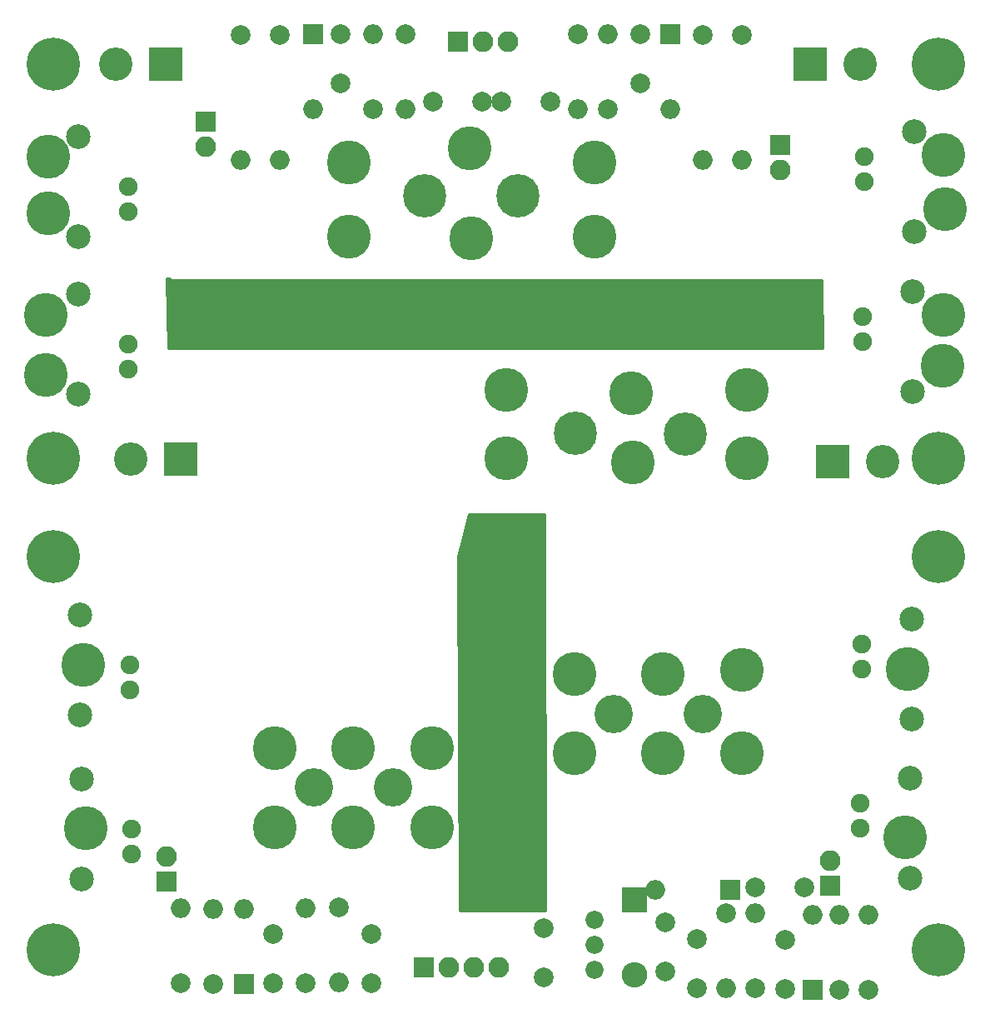
<source format=gbr>
G04 #@! TF.FileFunction,Soldermask,Top*
%FSLAX46Y46*%
G04 Gerber Fmt 4.6, Leading zero omitted, Abs format (unit mm)*
G04 Created by KiCad (PCBNEW 4.0.7) date 02/23/19 21:48:03*
%MOMM*%
%LPD*%
G01*
G04 APERTURE LIST*
%ADD10C,0.100000*%
%ADD11R,2.100000X2.100000*%
%ADD12O,2.100000X2.100000*%
%ADD13R,3.400000X3.400000*%
%ADD14C,3.400000*%
%ADD15C,1.900000*%
%ADD16C,2.500000*%
%ADD17C,4.464000*%
%ADD18C,4.400000*%
%ADD19C,5.400000*%
%ADD20C,2.000000*%
%ADD21O,2.000000X2.000000*%
%ADD22R,2.000000X2.000000*%
%ADD23C,3.900000*%
%ADD24C,1.840000*%
%ADD25R,2.600000X2.600000*%
%ADD26O,2.600000X2.600000*%
%ADD27C,0.254000*%
G04 APERTURE END LIST*
D10*
D11*
X124000000Y-128500000D03*
D12*
X124000000Y-125960000D03*
D13*
X56388000Y-44958000D03*
D14*
X51308000Y-44958000D03*
D13*
X57912000Y-85090000D03*
D14*
X52832000Y-85090000D03*
D15*
X52639000Y-57404000D03*
X52639000Y-59944000D03*
D16*
X47559000Y-62484000D03*
X47559000Y-52324000D03*
D15*
X52639000Y-73406000D03*
X52639000Y-75946000D03*
D16*
X47559000Y-78486000D03*
X47559000Y-68326000D03*
D13*
X121920000Y-44958000D03*
D14*
X127000000Y-44958000D03*
D13*
X124206000Y-85344000D03*
D14*
X129286000Y-85344000D03*
D17*
X100000000Y-55000000D03*
X75000000Y-62500000D03*
D18*
X82753200Y-58318400D03*
D17*
X91008000Y-78064000D03*
D18*
X98094800Y-82448400D03*
D17*
X100000000Y-62500000D03*
D18*
X92202000Y-58318400D03*
D17*
X115508000Y-78064000D03*
D18*
X109220000Y-82550000D03*
D17*
X75000000Y-55000000D03*
X91008000Y-85064000D03*
D19*
X45000000Y-45000000D03*
X135000000Y-45000000D03*
X45000000Y-135000000D03*
X135000000Y-135000000D03*
X135000000Y-85000000D03*
X135000000Y-95000000D03*
X45000000Y-85000000D03*
X45000000Y-95000000D03*
D15*
X127447000Y-56896000D03*
X127447000Y-54356000D03*
D16*
X132527000Y-51816000D03*
X132527000Y-61976000D03*
D15*
X127320000Y-73152000D03*
X127320000Y-70612000D03*
D16*
X132400000Y-68072000D03*
X132400000Y-78232000D03*
D17*
X115508000Y-85064000D03*
X87325200Y-53543200D03*
X87477600Y-62687200D03*
X103733600Y-78384400D03*
X103886000Y-85445600D03*
D20*
X64000000Y-42000000D03*
D21*
X64000000Y-54700000D03*
D20*
X68000000Y-42000000D03*
D21*
X68000000Y-54700000D03*
D20*
X115000000Y-42000000D03*
D21*
X115000000Y-54700000D03*
D20*
X111000000Y-42000000D03*
D21*
X111000000Y-54700000D03*
D20*
X74168000Y-41910000D03*
X74168000Y-46910000D03*
X83566000Y-48768000D03*
X88566000Y-48768000D03*
X104648000Y-41910000D03*
X104648000Y-46910000D03*
X95504000Y-48768000D03*
X90504000Y-48768000D03*
D11*
X86106000Y-42672000D03*
D12*
X88646000Y-42672000D03*
X91186000Y-42672000D03*
D20*
X77470000Y-49530000D03*
D21*
X77470000Y-41910000D03*
D20*
X80772000Y-41910000D03*
D21*
X80772000Y-49530000D03*
D20*
X101346000Y-49530000D03*
D21*
X101346000Y-41910000D03*
D20*
X98298000Y-41910000D03*
D21*
X98298000Y-49530000D03*
D22*
X71374000Y-41910000D03*
D21*
X71374000Y-49530000D03*
D22*
X107696000Y-41910000D03*
D21*
X107696000Y-49530000D03*
D17*
X44259500Y-70485000D03*
X44450000Y-54356000D03*
X44500800Y-60096400D03*
X44196000Y-76581000D03*
X135636000Y-59690000D03*
X135445500Y-75628500D03*
X135509000Y-54229000D03*
X135521700Y-70446900D03*
D11*
X60452000Y-50850800D03*
D12*
X60452000Y-53390800D03*
D11*
X118922800Y-53187600D03*
D12*
X118922800Y-55727600D03*
D20*
X67335400Y-138404600D03*
X67335400Y-133404600D03*
X77292200Y-138404600D03*
X77292200Y-133404600D03*
X119380000Y-138988800D03*
X119380000Y-133988800D03*
X110413800Y-138861800D03*
X110413800Y-133861800D03*
D22*
X64363600Y-138480800D03*
D21*
X64363600Y-130860800D03*
D22*
X122224800Y-139039600D03*
D21*
X122224800Y-131419600D03*
D15*
X52918400Y-122682000D03*
X52918400Y-125222000D03*
D16*
X47838400Y-127762000D03*
X47838400Y-117602000D03*
D15*
X52791400Y-106045000D03*
X52791400Y-108585000D03*
D16*
X47711400Y-111125000D03*
X47711400Y-100965000D03*
D17*
X67500000Y-114500000D03*
X75500000Y-122500000D03*
X67500000Y-122500000D03*
D23*
X71500000Y-118500000D03*
D17*
X98000000Y-107000000D03*
D23*
X79500000Y-118500000D03*
D17*
X98000000Y-115000000D03*
X75500000Y-114500000D03*
X83500000Y-122500000D03*
X83500000Y-114500000D03*
X107000000Y-115000000D03*
D23*
X102000000Y-111000000D03*
D17*
X115000000Y-106500000D03*
D23*
X111000000Y-111000000D03*
D17*
X115000000Y-115000000D03*
X107000000Y-107000000D03*
D15*
X126989800Y-122656600D03*
X126989800Y-120116600D03*
D16*
X132069800Y-117576600D03*
X132069800Y-127736600D03*
D15*
X127218400Y-106426000D03*
X127218400Y-103886000D03*
D16*
X132298400Y-101346000D03*
X132298400Y-111506000D03*
D11*
X56500000Y-128000000D03*
D12*
X56500000Y-125460000D03*
D20*
X57937400Y-138404600D03*
D21*
X57937400Y-130784600D03*
D20*
X61264800Y-138430000D03*
D21*
X61264800Y-130810000D03*
D20*
X70637400Y-138404600D03*
D21*
X70637400Y-130784600D03*
D20*
X73990200Y-130657600D03*
D21*
X73990200Y-138277600D03*
D20*
X127863600Y-139014200D03*
D21*
X127863600Y-131394200D03*
D20*
X124942600Y-139014200D03*
D21*
X124942600Y-131394200D03*
D20*
X116382800Y-138912600D03*
D21*
X116382800Y-131292600D03*
D20*
X113385600Y-131292600D03*
D21*
X113385600Y-138912600D03*
D17*
X131572000Y-123571000D03*
X48006000Y-106019600D03*
X48323500Y-122618500D03*
X131826000Y-106489500D03*
D20*
X116319300Y-128625600D03*
X121319300Y-128625600D03*
X107213400Y-132207000D03*
X107213400Y-137207000D03*
X94830900Y-132740400D03*
X94830900Y-137740400D03*
D11*
X82638900Y-136740900D03*
D12*
X85178900Y-136740900D03*
X87718900Y-136740900D03*
X90258900Y-136740900D03*
D22*
X113779300Y-128905000D03*
D21*
X106159300Y-128905000D03*
D24*
X100050600Y-131902200D03*
X100050600Y-134442200D03*
X100050600Y-136982200D03*
D25*
X104101900Y-129921000D03*
D26*
X104101900Y-137541000D03*
D27*
G36*
X56824686Y-66811490D02*
X56847881Y-66856250D01*
X56886663Y-66888459D01*
X56946800Y-66903600D01*
X123140970Y-66903600D01*
X123239006Y-73888600D01*
X56639417Y-73888600D01*
X56492236Y-66725800D01*
X56800203Y-66725800D01*
X56824686Y-66811490D01*
X56824686Y-66811490D01*
G37*
X56824686Y-66811490D02*
X56847881Y-66856250D01*
X56886663Y-66888459D01*
X56946800Y-66903600D01*
X123140970Y-66903600D01*
X123239006Y-73888600D01*
X56639417Y-73888600D01*
X56492236Y-66725800D01*
X56800203Y-66725800D01*
X56824686Y-66811490D01*
G36*
X95012581Y-131000000D02*
X86266210Y-131000000D01*
X86127060Y-95015348D01*
X87200831Y-90707400D01*
X94974719Y-90707400D01*
X95012581Y-131000000D01*
X95012581Y-131000000D01*
G37*
X95012581Y-131000000D02*
X86266210Y-131000000D01*
X86127060Y-95015348D01*
X87200831Y-90707400D01*
X94974719Y-90707400D01*
X95012581Y-131000000D01*
M02*

</source>
